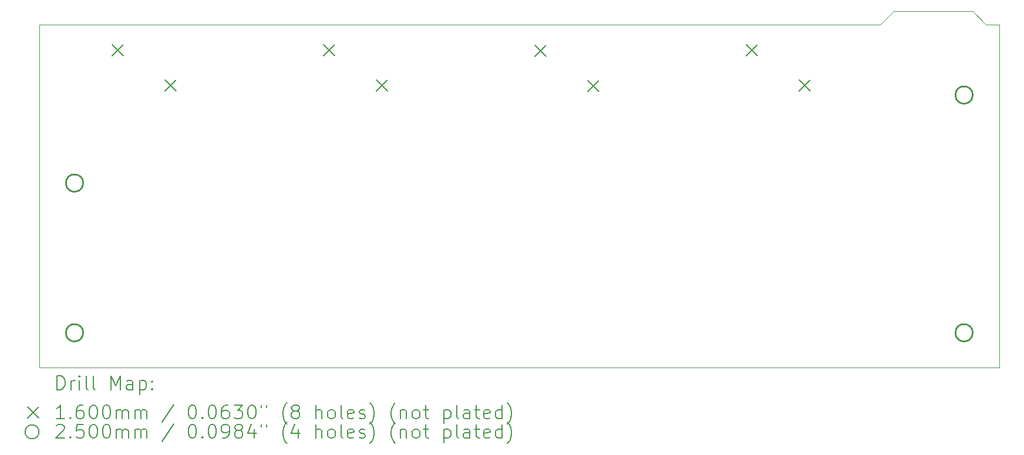
<source format=gbr>
%TF.GenerationSoftware,KiCad,Pcbnew,8.0.3*%
%TF.CreationDate,2024-06-22T14:52:27+02:00*%
%TF.ProjectId,dmx-box-rounded,646d782d-626f-4782-9d72-6f756e646564,rev?*%
%TF.SameCoordinates,Original*%
%TF.FileFunction,Drillmap*%
%TF.FilePolarity,Positive*%
%FSLAX45Y45*%
G04 Gerber Fmt 4.5, Leading zero omitted, Abs format (unit mm)*
G04 Created by KiCad (PCBNEW 8.0.3) date 2024-06-22 14:52:27*
%MOMM*%
%LPD*%
G01*
G04 APERTURE LIST*
%ADD10C,0.100000*%
%ADD11C,0.200000*%
%ADD12C,0.160000*%
%ADD13C,0.250000*%
G04 APERTURE END LIST*
D10*
X17462500Y-7112000D02*
X17653000Y-7112000D01*
X17653000Y-12060500D01*
X3810000Y-12060500D01*
X3810000Y-7112000D01*
X15938500Y-7112000D01*
X16129000Y-6917000D01*
X17272000Y-6917000D01*
X17462500Y-7112000D01*
D11*
D12*
X4858000Y-7398500D02*
X5018000Y-7558500D01*
X5018000Y-7398500D02*
X4858000Y-7558500D01*
X5620000Y-7906500D02*
X5780000Y-8066500D01*
X5780000Y-7906500D02*
X5620000Y-8066500D01*
X7906000Y-7398500D02*
X8066000Y-7558500D01*
X8066000Y-7398500D02*
X7906000Y-7558500D01*
X8668000Y-7906500D02*
X8828000Y-8066500D01*
X8828000Y-7906500D02*
X8668000Y-8066500D01*
X10954000Y-7413000D02*
X11114000Y-7573000D01*
X11114000Y-7413000D02*
X10954000Y-7573000D01*
X11716000Y-7921000D02*
X11876000Y-8081000D01*
X11876000Y-7921000D02*
X11716000Y-8081000D01*
X14002000Y-7398500D02*
X14162000Y-7558500D01*
X14162000Y-7398500D02*
X14002000Y-7558500D01*
X14764000Y-7906500D02*
X14924000Y-8066500D01*
X14924000Y-7906500D02*
X14764000Y-8066500D01*
D13*
X4443000Y-9398000D02*
G75*
G02*
X4193000Y-9398000I-125000J0D01*
G01*
X4193000Y-9398000D02*
G75*
G02*
X4443000Y-9398000I125000J0D01*
G01*
X4443000Y-11557000D02*
G75*
G02*
X4193000Y-11557000I-125000J0D01*
G01*
X4193000Y-11557000D02*
G75*
G02*
X4443000Y-11557000I125000J0D01*
G01*
X17270000Y-8128000D02*
G75*
G02*
X17020000Y-8128000I-125000J0D01*
G01*
X17020000Y-8128000D02*
G75*
G02*
X17270000Y-8128000I125000J0D01*
G01*
X17270000Y-11557000D02*
G75*
G02*
X17020000Y-11557000I-125000J0D01*
G01*
X17020000Y-11557000D02*
G75*
G02*
X17270000Y-11557000I125000J0D01*
G01*
D11*
X4065777Y-12376984D02*
X4065777Y-12176984D01*
X4065777Y-12176984D02*
X4113396Y-12176984D01*
X4113396Y-12176984D02*
X4141967Y-12186508D01*
X4141967Y-12186508D02*
X4161015Y-12205555D01*
X4161015Y-12205555D02*
X4170539Y-12224603D01*
X4170539Y-12224603D02*
X4180062Y-12262698D01*
X4180062Y-12262698D02*
X4180062Y-12291269D01*
X4180062Y-12291269D02*
X4170539Y-12329365D01*
X4170539Y-12329365D02*
X4161015Y-12348412D01*
X4161015Y-12348412D02*
X4141967Y-12367460D01*
X4141967Y-12367460D02*
X4113396Y-12376984D01*
X4113396Y-12376984D02*
X4065777Y-12376984D01*
X4265777Y-12376984D02*
X4265777Y-12243650D01*
X4265777Y-12281746D02*
X4275301Y-12262698D01*
X4275301Y-12262698D02*
X4284824Y-12253174D01*
X4284824Y-12253174D02*
X4303872Y-12243650D01*
X4303872Y-12243650D02*
X4322920Y-12243650D01*
X4389586Y-12376984D02*
X4389586Y-12243650D01*
X4389586Y-12176984D02*
X4380063Y-12186508D01*
X4380063Y-12186508D02*
X4389586Y-12196031D01*
X4389586Y-12196031D02*
X4399110Y-12186508D01*
X4399110Y-12186508D02*
X4389586Y-12176984D01*
X4389586Y-12176984D02*
X4389586Y-12196031D01*
X4513396Y-12376984D02*
X4494348Y-12367460D01*
X4494348Y-12367460D02*
X4484824Y-12348412D01*
X4484824Y-12348412D02*
X4484824Y-12176984D01*
X4618158Y-12376984D02*
X4599110Y-12367460D01*
X4599110Y-12367460D02*
X4589586Y-12348412D01*
X4589586Y-12348412D02*
X4589586Y-12176984D01*
X4846729Y-12376984D02*
X4846729Y-12176984D01*
X4846729Y-12176984D02*
X4913396Y-12319841D01*
X4913396Y-12319841D02*
X4980063Y-12176984D01*
X4980063Y-12176984D02*
X4980063Y-12376984D01*
X5161015Y-12376984D02*
X5161015Y-12272222D01*
X5161015Y-12272222D02*
X5151491Y-12253174D01*
X5151491Y-12253174D02*
X5132444Y-12243650D01*
X5132444Y-12243650D02*
X5094348Y-12243650D01*
X5094348Y-12243650D02*
X5075301Y-12253174D01*
X5161015Y-12367460D02*
X5141967Y-12376984D01*
X5141967Y-12376984D02*
X5094348Y-12376984D01*
X5094348Y-12376984D02*
X5075301Y-12367460D01*
X5075301Y-12367460D02*
X5065777Y-12348412D01*
X5065777Y-12348412D02*
X5065777Y-12329365D01*
X5065777Y-12329365D02*
X5075301Y-12310317D01*
X5075301Y-12310317D02*
X5094348Y-12300793D01*
X5094348Y-12300793D02*
X5141967Y-12300793D01*
X5141967Y-12300793D02*
X5161015Y-12291269D01*
X5256253Y-12243650D02*
X5256253Y-12443650D01*
X5256253Y-12253174D02*
X5275301Y-12243650D01*
X5275301Y-12243650D02*
X5313396Y-12243650D01*
X5313396Y-12243650D02*
X5332444Y-12253174D01*
X5332444Y-12253174D02*
X5341967Y-12262698D01*
X5341967Y-12262698D02*
X5351491Y-12281746D01*
X5351491Y-12281746D02*
X5351491Y-12338888D01*
X5351491Y-12338888D02*
X5341967Y-12357936D01*
X5341967Y-12357936D02*
X5332444Y-12367460D01*
X5332444Y-12367460D02*
X5313396Y-12376984D01*
X5313396Y-12376984D02*
X5275301Y-12376984D01*
X5275301Y-12376984D02*
X5256253Y-12367460D01*
X5437205Y-12357936D02*
X5446729Y-12367460D01*
X5446729Y-12367460D02*
X5437205Y-12376984D01*
X5437205Y-12376984D02*
X5427682Y-12367460D01*
X5427682Y-12367460D02*
X5437205Y-12357936D01*
X5437205Y-12357936D02*
X5437205Y-12376984D01*
X5437205Y-12253174D02*
X5446729Y-12262698D01*
X5446729Y-12262698D02*
X5437205Y-12272222D01*
X5437205Y-12272222D02*
X5427682Y-12262698D01*
X5427682Y-12262698D02*
X5437205Y-12253174D01*
X5437205Y-12253174D02*
X5437205Y-12272222D01*
D12*
X3645000Y-12625500D02*
X3805000Y-12785500D01*
X3805000Y-12625500D02*
X3645000Y-12785500D01*
D11*
X4170539Y-12796984D02*
X4056253Y-12796984D01*
X4113396Y-12796984D02*
X4113396Y-12596984D01*
X4113396Y-12596984D02*
X4094348Y-12625555D01*
X4094348Y-12625555D02*
X4075301Y-12644603D01*
X4075301Y-12644603D02*
X4056253Y-12654127D01*
X4256253Y-12777936D02*
X4265777Y-12787460D01*
X4265777Y-12787460D02*
X4256253Y-12796984D01*
X4256253Y-12796984D02*
X4246729Y-12787460D01*
X4246729Y-12787460D02*
X4256253Y-12777936D01*
X4256253Y-12777936D02*
X4256253Y-12796984D01*
X4437205Y-12596984D02*
X4399110Y-12596984D01*
X4399110Y-12596984D02*
X4380063Y-12606508D01*
X4380063Y-12606508D02*
X4370539Y-12616031D01*
X4370539Y-12616031D02*
X4351491Y-12644603D01*
X4351491Y-12644603D02*
X4341967Y-12682698D01*
X4341967Y-12682698D02*
X4341967Y-12758888D01*
X4341967Y-12758888D02*
X4351491Y-12777936D01*
X4351491Y-12777936D02*
X4361015Y-12787460D01*
X4361015Y-12787460D02*
X4380063Y-12796984D01*
X4380063Y-12796984D02*
X4418158Y-12796984D01*
X4418158Y-12796984D02*
X4437205Y-12787460D01*
X4437205Y-12787460D02*
X4446729Y-12777936D01*
X4446729Y-12777936D02*
X4456253Y-12758888D01*
X4456253Y-12758888D02*
X4456253Y-12711269D01*
X4456253Y-12711269D02*
X4446729Y-12692222D01*
X4446729Y-12692222D02*
X4437205Y-12682698D01*
X4437205Y-12682698D02*
X4418158Y-12673174D01*
X4418158Y-12673174D02*
X4380063Y-12673174D01*
X4380063Y-12673174D02*
X4361015Y-12682698D01*
X4361015Y-12682698D02*
X4351491Y-12692222D01*
X4351491Y-12692222D02*
X4341967Y-12711269D01*
X4580063Y-12596984D02*
X4599110Y-12596984D01*
X4599110Y-12596984D02*
X4618158Y-12606508D01*
X4618158Y-12606508D02*
X4627682Y-12616031D01*
X4627682Y-12616031D02*
X4637205Y-12635079D01*
X4637205Y-12635079D02*
X4646729Y-12673174D01*
X4646729Y-12673174D02*
X4646729Y-12720793D01*
X4646729Y-12720793D02*
X4637205Y-12758888D01*
X4637205Y-12758888D02*
X4627682Y-12777936D01*
X4627682Y-12777936D02*
X4618158Y-12787460D01*
X4618158Y-12787460D02*
X4599110Y-12796984D01*
X4599110Y-12796984D02*
X4580063Y-12796984D01*
X4580063Y-12796984D02*
X4561015Y-12787460D01*
X4561015Y-12787460D02*
X4551491Y-12777936D01*
X4551491Y-12777936D02*
X4541967Y-12758888D01*
X4541967Y-12758888D02*
X4532444Y-12720793D01*
X4532444Y-12720793D02*
X4532444Y-12673174D01*
X4532444Y-12673174D02*
X4541967Y-12635079D01*
X4541967Y-12635079D02*
X4551491Y-12616031D01*
X4551491Y-12616031D02*
X4561015Y-12606508D01*
X4561015Y-12606508D02*
X4580063Y-12596984D01*
X4770539Y-12596984D02*
X4789586Y-12596984D01*
X4789586Y-12596984D02*
X4808634Y-12606508D01*
X4808634Y-12606508D02*
X4818158Y-12616031D01*
X4818158Y-12616031D02*
X4827682Y-12635079D01*
X4827682Y-12635079D02*
X4837205Y-12673174D01*
X4837205Y-12673174D02*
X4837205Y-12720793D01*
X4837205Y-12720793D02*
X4827682Y-12758888D01*
X4827682Y-12758888D02*
X4818158Y-12777936D01*
X4818158Y-12777936D02*
X4808634Y-12787460D01*
X4808634Y-12787460D02*
X4789586Y-12796984D01*
X4789586Y-12796984D02*
X4770539Y-12796984D01*
X4770539Y-12796984D02*
X4751491Y-12787460D01*
X4751491Y-12787460D02*
X4741967Y-12777936D01*
X4741967Y-12777936D02*
X4732444Y-12758888D01*
X4732444Y-12758888D02*
X4722920Y-12720793D01*
X4722920Y-12720793D02*
X4722920Y-12673174D01*
X4722920Y-12673174D02*
X4732444Y-12635079D01*
X4732444Y-12635079D02*
X4741967Y-12616031D01*
X4741967Y-12616031D02*
X4751491Y-12606508D01*
X4751491Y-12606508D02*
X4770539Y-12596984D01*
X4922920Y-12796984D02*
X4922920Y-12663650D01*
X4922920Y-12682698D02*
X4932444Y-12673174D01*
X4932444Y-12673174D02*
X4951491Y-12663650D01*
X4951491Y-12663650D02*
X4980063Y-12663650D01*
X4980063Y-12663650D02*
X4999110Y-12673174D01*
X4999110Y-12673174D02*
X5008634Y-12692222D01*
X5008634Y-12692222D02*
X5008634Y-12796984D01*
X5008634Y-12692222D02*
X5018158Y-12673174D01*
X5018158Y-12673174D02*
X5037205Y-12663650D01*
X5037205Y-12663650D02*
X5065777Y-12663650D01*
X5065777Y-12663650D02*
X5084825Y-12673174D01*
X5084825Y-12673174D02*
X5094348Y-12692222D01*
X5094348Y-12692222D02*
X5094348Y-12796984D01*
X5189586Y-12796984D02*
X5189586Y-12663650D01*
X5189586Y-12682698D02*
X5199110Y-12673174D01*
X5199110Y-12673174D02*
X5218158Y-12663650D01*
X5218158Y-12663650D02*
X5246729Y-12663650D01*
X5246729Y-12663650D02*
X5265777Y-12673174D01*
X5265777Y-12673174D02*
X5275301Y-12692222D01*
X5275301Y-12692222D02*
X5275301Y-12796984D01*
X5275301Y-12692222D02*
X5284825Y-12673174D01*
X5284825Y-12673174D02*
X5303872Y-12663650D01*
X5303872Y-12663650D02*
X5332444Y-12663650D01*
X5332444Y-12663650D02*
X5351491Y-12673174D01*
X5351491Y-12673174D02*
X5361015Y-12692222D01*
X5361015Y-12692222D02*
X5361015Y-12796984D01*
X5751491Y-12587460D02*
X5580063Y-12844603D01*
X6008634Y-12596984D02*
X6027682Y-12596984D01*
X6027682Y-12596984D02*
X6046729Y-12606508D01*
X6046729Y-12606508D02*
X6056253Y-12616031D01*
X6056253Y-12616031D02*
X6065777Y-12635079D01*
X6065777Y-12635079D02*
X6075301Y-12673174D01*
X6075301Y-12673174D02*
X6075301Y-12720793D01*
X6075301Y-12720793D02*
X6065777Y-12758888D01*
X6065777Y-12758888D02*
X6056253Y-12777936D01*
X6056253Y-12777936D02*
X6046729Y-12787460D01*
X6046729Y-12787460D02*
X6027682Y-12796984D01*
X6027682Y-12796984D02*
X6008634Y-12796984D01*
X6008634Y-12796984D02*
X5989586Y-12787460D01*
X5989586Y-12787460D02*
X5980063Y-12777936D01*
X5980063Y-12777936D02*
X5970539Y-12758888D01*
X5970539Y-12758888D02*
X5961015Y-12720793D01*
X5961015Y-12720793D02*
X5961015Y-12673174D01*
X5961015Y-12673174D02*
X5970539Y-12635079D01*
X5970539Y-12635079D02*
X5980063Y-12616031D01*
X5980063Y-12616031D02*
X5989586Y-12606508D01*
X5989586Y-12606508D02*
X6008634Y-12596984D01*
X6161015Y-12777936D02*
X6170539Y-12787460D01*
X6170539Y-12787460D02*
X6161015Y-12796984D01*
X6161015Y-12796984D02*
X6151491Y-12787460D01*
X6151491Y-12787460D02*
X6161015Y-12777936D01*
X6161015Y-12777936D02*
X6161015Y-12796984D01*
X6294348Y-12596984D02*
X6313396Y-12596984D01*
X6313396Y-12596984D02*
X6332444Y-12606508D01*
X6332444Y-12606508D02*
X6341967Y-12616031D01*
X6341967Y-12616031D02*
X6351491Y-12635079D01*
X6351491Y-12635079D02*
X6361015Y-12673174D01*
X6361015Y-12673174D02*
X6361015Y-12720793D01*
X6361015Y-12720793D02*
X6351491Y-12758888D01*
X6351491Y-12758888D02*
X6341967Y-12777936D01*
X6341967Y-12777936D02*
X6332444Y-12787460D01*
X6332444Y-12787460D02*
X6313396Y-12796984D01*
X6313396Y-12796984D02*
X6294348Y-12796984D01*
X6294348Y-12796984D02*
X6275301Y-12787460D01*
X6275301Y-12787460D02*
X6265777Y-12777936D01*
X6265777Y-12777936D02*
X6256253Y-12758888D01*
X6256253Y-12758888D02*
X6246729Y-12720793D01*
X6246729Y-12720793D02*
X6246729Y-12673174D01*
X6246729Y-12673174D02*
X6256253Y-12635079D01*
X6256253Y-12635079D02*
X6265777Y-12616031D01*
X6265777Y-12616031D02*
X6275301Y-12606508D01*
X6275301Y-12606508D02*
X6294348Y-12596984D01*
X6532444Y-12596984D02*
X6494348Y-12596984D01*
X6494348Y-12596984D02*
X6475301Y-12606508D01*
X6475301Y-12606508D02*
X6465777Y-12616031D01*
X6465777Y-12616031D02*
X6446729Y-12644603D01*
X6446729Y-12644603D02*
X6437206Y-12682698D01*
X6437206Y-12682698D02*
X6437206Y-12758888D01*
X6437206Y-12758888D02*
X6446729Y-12777936D01*
X6446729Y-12777936D02*
X6456253Y-12787460D01*
X6456253Y-12787460D02*
X6475301Y-12796984D01*
X6475301Y-12796984D02*
X6513396Y-12796984D01*
X6513396Y-12796984D02*
X6532444Y-12787460D01*
X6532444Y-12787460D02*
X6541967Y-12777936D01*
X6541967Y-12777936D02*
X6551491Y-12758888D01*
X6551491Y-12758888D02*
X6551491Y-12711269D01*
X6551491Y-12711269D02*
X6541967Y-12692222D01*
X6541967Y-12692222D02*
X6532444Y-12682698D01*
X6532444Y-12682698D02*
X6513396Y-12673174D01*
X6513396Y-12673174D02*
X6475301Y-12673174D01*
X6475301Y-12673174D02*
X6456253Y-12682698D01*
X6456253Y-12682698D02*
X6446729Y-12692222D01*
X6446729Y-12692222D02*
X6437206Y-12711269D01*
X6618158Y-12596984D02*
X6741967Y-12596984D01*
X6741967Y-12596984D02*
X6675301Y-12673174D01*
X6675301Y-12673174D02*
X6703872Y-12673174D01*
X6703872Y-12673174D02*
X6722920Y-12682698D01*
X6722920Y-12682698D02*
X6732444Y-12692222D01*
X6732444Y-12692222D02*
X6741967Y-12711269D01*
X6741967Y-12711269D02*
X6741967Y-12758888D01*
X6741967Y-12758888D02*
X6732444Y-12777936D01*
X6732444Y-12777936D02*
X6722920Y-12787460D01*
X6722920Y-12787460D02*
X6703872Y-12796984D01*
X6703872Y-12796984D02*
X6646729Y-12796984D01*
X6646729Y-12796984D02*
X6627682Y-12787460D01*
X6627682Y-12787460D02*
X6618158Y-12777936D01*
X6865777Y-12596984D02*
X6884825Y-12596984D01*
X6884825Y-12596984D02*
X6903872Y-12606508D01*
X6903872Y-12606508D02*
X6913396Y-12616031D01*
X6913396Y-12616031D02*
X6922920Y-12635079D01*
X6922920Y-12635079D02*
X6932444Y-12673174D01*
X6932444Y-12673174D02*
X6932444Y-12720793D01*
X6932444Y-12720793D02*
X6922920Y-12758888D01*
X6922920Y-12758888D02*
X6913396Y-12777936D01*
X6913396Y-12777936D02*
X6903872Y-12787460D01*
X6903872Y-12787460D02*
X6884825Y-12796984D01*
X6884825Y-12796984D02*
X6865777Y-12796984D01*
X6865777Y-12796984D02*
X6846729Y-12787460D01*
X6846729Y-12787460D02*
X6837206Y-12777936D01*
X6837206Y-12777936D02*
X6827682Y-12758888D01*
X6827682Y-12758888D02*
X6818158Y-12720793D01*
X6818158Y-12720793D02*
X6818158Y-12673174D01*
X6818158Y-12673174D02*
X6827682Y-12635079D01*
X6827682Y-12635079D02*
X6837206Y-12616031D01*
X6837206Y-12616031D02*
X6846729Y-12606508D01*
X6846729Y-12606508D02*
X6865777Y-12596984D01*
X7008634Y-12596984D02*
X7008634Y-12635079D01*
X7084825Y-12596984D02*
X7084825Y-12635079D01*
X7380063Y-12873174D02*
X7370539Y-12863650D01*
X7370539Y-12863650D02*
X7351491Y-12835079D01*
X7351491Y-12835079D02*
X7341968Y-12816031D01*
X7341968Y-12816031D02*
X7332444Y-12787460D01*
X7332444Y-12787460D02*
X7322920Y-12739841D01*
X7322920Y-12739841D02*
X7322920Y-12701746D01*
X7322920Y-12701746D02*
X7332444Y-12654127D01*
X7332444Y-12654127D02*
X7341968Y-12625555D01*
X7341968Y-12625555D02*
X7351491Y-12606508D01*
X7351491Y-12606508D02*
X7370539Y-12577936D01*
X7370539Y-12577936D02*
X7380063Y-12568412D01*
X7484825Y-12682698D02*
X7465777Y-12673174D01*
X7465777Y-12673174D02*
X7456253Y-12663650D01*
X7456253Y-12663650D02*
X7446729Y-12644603D01*
X7446729Y-12644603D02*
X7446729Y-12635079D01*
X7446729Y-12635079D02*
X7456253Y-12616031D01*
X7456253Y-12616031D02*
X7465777Y-12606508D01*
X7465777Y-12606508D02*
X7484825Y-12596984D01*
X7484825Y-12596984D02*
X7522920Y-12596984D01*
X7522920Y-12596984D02*
X7541968Y-12606508D01*
X7541968Y-12606508D02*
X7551491Y-12616031D01*
X7551491Y-12616031D02*
X7561015Y-12635079D01*
X7561015Y-12635079D02*
X7561015Y-12644603D01*
X7561015Y-12644603D02*
X7551491Y-12663650D01*
X7551491Y-12663650D02*
X7541968Y-12673174D01*
X7541968Y-12673174D02*
X7522920Y-12682698D01*
X7522920Y-12682698D02*
X7484825Y-12682698D01*
X7484825Y-12682698D02*
X7465777Y-12692222D01*
X7465777Y-12692222D02*
X7456253Y-12701746D01*
X7456253Y-12701746D02*
X7446729Y-12720793D01*
X7446729Y-12720793D02*
X7446729Y-12758888D01*
X7446729Y-12758888D02*
X7456253Y-12777936D01*
X7456253Y-12777936D02*
X7465777Y-12787460D01*
X7465777Y-12787460D02*
X7484825Y-12796984D01*
X7484825Y-12796984D02*
X7522920Y-12796984D01*
X7522920Y-12796984D02*
X7541968Y-12787460D01*
X7541968Y-12787460D02*
X7551491Y-12777936D01*
X7551491Y-12777936D02*
X7561015Y-12758888D01*
X7561015Y-12758888D02*
X7561015Y-12720793D01*
X7561015Y-12720793D02*
X7551491Y-12701746D01*
X7551491Y-12701746D02*
X7541968Y-12692222D01*
X7541968Y-12692222D02*
X7522920Y-12682698D01*
X7799110Y-12796984D02*
X7799110Y-12596984D01*
X7884825Y-12796984D02*
X7884825Y-12692222D01*
X7884825Y-12692222D02*
X7875301Y-12673174D01*
X7875301Y-12673174D02*
X7856253Y-12663650D01*
X7856253Y-12663650D02*
X7827682Y-12663650D01*
X7827682Y-12663650D02*
X7808634Y-12673174D01*
X7808634Y-12673174D02*
X7799110Y-12682698D01*
X8008634Y-12796984D02*
X7989587Y-12787460D01*
X7989587Y-12787460D02*
X7980063Y-12777936D01*
X7980063Y-12777936D02*
X7970539Y-12758888D01*
X7970539Y-12758888D02*
X7970539Y-12701746D01*
X7970539Y-12701746D02*
X7980063Y-12682698D01*
X7980063Y-12682698D02*
X7989587Y-12673174D01*
X7989587Y-12673174D02*
X8008634Y-12663650D01*
X8008634Y-12663650D02*
X8037206Y-12663650D01*
X8037206Y-12663650D02*
X8056253Y-12673174D01*
X8056253Y-12673174D02*
X8065777Y-12682698D01*
X8065777Y-12682698D02*
X8075301Y-12701746D01*
X8075301Y-12701746D02*
X8075301Y-12758888D01*
X8075301Y-12758888D02*
X8065777Y-12777936D01*
X8065777Y-12777936D02*
X8056253Y-12787460D01*
X8056253Y-12787460D02*
X8037206Y-12796984D01*
X8037206Y-12796984D02*
X8008634Y-12796984D01*
X8189587Y-12796984D02*
X8170539Y-12787460D01*
X8170539Y-12787460D02*
X8161015Y-12768412D01*
X8161015Y-12768412D02*
X8161015Y-12596984D01*
X8341968Y-12787460D02*
X8322920Y-12796984D01*
X8322920Y-12796984D02*
X8284825Y-12796984D01*
X8284825Y-12796984D02*
X8265777Y-12787460D01*
X8265777Y-12787460D02*
X8256253Y-12768412D01*
X8256253Y-12768412D02*
X8256253Y-12692222D01*
X8256253Y-12692222D02*
X8265777Y-12673174D01*
X8265777Y-12673174D02*
X8284825Y-12663650D01*
X8284825Y-12663650D02*
X8322920Y-12663650D01*
X8322920Y-12663650D02*
X8341968Y-12673174D01*
X8341968Y-12673174D02*
X8351491Y-12692222D01*
X8351491Y-12692222D02*
X8351491Y-12711269D01*
X8351491Y-12711269D02*
X8256253Y-12730317D01*
X8427682Y-12787460D02*
X8446730Y-12796984D01*
X8446730Y-12796984D02*
X8484825Y-12796984D01*
X8484825Y-12796984D02*
X8503873Y-12787460D01*
X8503873Y-12787460D02*
X8513396Y-12768412D01*
X8513396Y-12768412D02*
X8513396Y-12758888D01*
X8513396Y-12758888D02*
X8503873Y-12739841D01*
X8503873Y-12739841D02*
X8484825Y-12730317D01*
X8484825Y-12730317D02*
X8456253Y-12730317D01*
X8456253Y-12730317D02*
X8437206Y-12720793D01*
X8437206Y-12720793D02*
X8427682Y-12701746D01*
X8427682Y-12701746D02*
X8427682Y-12692222D01*
X8427682Y-12692222D02*
X8437206Y-12673174D01*
X8437206Y-12673174D02*
X8456253Y-12663650D01*
X8456253Y-12663650D02*
X8484825Y-12663650D01*
X8484825Y-12663650D02*
X8503873Y-12673174D01*
X8580063Y-12873174D02*
X8589587Y-12863650D01*
X8589587Y-12863650D02*
X8608634Y-12835079D01*
X8608634Y-12835079D02*
X8618158Y-12816031D01*
X8618158Y-12816031D02*
X8627682Y-12787460D01*
X8627682Y-12787460D02*
X8637206Y-12739841D01*
X8637206Y-12739841D02*
X8637206Y-12701746D01*
X8637206Y-12701746D02*
X8627682Y-12654127D01*
X8627682Y-12654127D02*
X8618158Y-12625555D01*
X8618158Y-12625555D02*
X8608634Y-12606508D01*
X8608634Y-12606508D02*
X8589587Y-12577936D01*
X8589587Y-12577936D02*
X8580063Y-12568412D01*
X8941968Y-12873174D02*
X8932444Y-12863650D01*
X8932444Y-12863650D02*
X8913396Y-12835079D01*
X8913396Y-12835079D02*
X8903873Y-12816031D01*
X8903873Y-12816031D02*
X8894349Y-12787460D01*
X8894349Y-12787460D02*
X8884825Y-12739841D01*
X8884825Y-12739841D02*
X8884825Y-12701746D01*
X8884825Y-12701746D02*
X8894349Y-12654127D01*
X8894349Y-12654127D02*
X8903873Y-12625555D01*
X8903873Y-12625555D02*
X8913396Y-12606508D01*
X8913396Y-12606508D02*
X8932444Y-12577936D01*
X8932444Y-12577936D02*
X8941968Y-12568412D01*
X9018158Y-12663650D02*
X9018158Y-12796984D01*
X9018158Y-12682698D02*
X9027682Y-12673174D01*
X9027682Y-12673174D02*
X9046730Y-12663650D01*
X9046730Y-12663650D02*
X9075301Y-12663650D01*
X9075301Y-12663650D02*
X9094349Y-12673174D01*
X9094349Y-12673174D02*
X9103873Y-12692222D01*
X9103873Y-12692222D02*
X9103873Y-12796984D01*
X9227682Y-12796984D02*
X9208634Y-12787460D01*
X9208634Y-12787460D02*
X9199111Y-12777936D01*
X9199111Y-12777936D02*
X9189587Y-12758888D01*
X9189587Y-12758888D02*
X9189587Y-12701746D01*
X9189587Y-12701746D02*
X9199111Y-12682698D01*
X9199111Y-12682698D02*
X9208634Y-12673174D01*
X9208634Y-12673174D02*
X9227682Y-12663650D01*
X9227682Y-12663650D02*
X9256254Y-12663650D01*
X9256254Y-12663650D02*
X9275301Y-12673174D01*
X9275301Y-12673174D02*
X9284825Y-12682698D01*
X9284825Y-12682698D02*
X9294349Y-12701746D01*
X9294349Y-12701746D02*
X9294349Y-12758888D01*
X9294349Y-12758888D02*
X9284825Y-12777936D01*
X9284825Y-12777936D02*
X9275301Y-12787460D01*
X9275301Y-12787460D02*
X9256254Y-12796984D01*
X9256254Y-12796984D02*
X9227682Y-12796984D01*
X9351492Y-12663650D02*
X9427682Y-12663650D01*
X9380063Y-12596984D02*
X9380063Y-12768412D01*
X9380063Y-12768412D02*
X9389587Y-12787460D01*
X9389587Y-12787460D02*
X9408634Y-12796984D01*
X9408634Y-12796984D02*
X9427682Y-12796984D01*
X9646730Y-12663650D02*
X9646730Y-12863650D01*
X9646730Y-12673174D02*
X9665777Y-12663650D01*
X9665777Y-12663650D02*
X9703873Y-12663650D01*
X9703873Y-12663650D02*
X9722920Y-12673174D01*
X9722920Y-12673174D02*
X9732444Y-12682698D01*
X9732444Y-12682698D02*
X9741968Y-12701746D01*
X9741968Y-12701746D02*
X9741968Y-12758888D01*
X9741968Y-12758888D02*
X9732444Y-12777936D01*
X9732444Y-12777936D02*
X9722920Y-12787460D01*
X9722920Y-12787460D02*
X9703873Y-12796984D01*
X9703873Y-12796984D02*
X9665777Y-12796984D01*
X9665777Y-12796984D02*
X9646730Y-12787460D01*
X9856254Y-12796984D02*
X9837206Y-12787460D01*
X9837206Y-12787460D02*
X9827682Y-12768412D01*
X9827682Y-12768412D02*
X9827682Y-12596984D01*
X10018158Y-12796984D02*
X10018158Y-12692222D01*
X10018158Y-12692222D02*
X10008635Y-12673174D01*
X10008635Y-12673174D02*
X9989587Y-12663650D01*
X9989587Y-12663650D02*
X9951492Y-12663650D01*
X9951492Y-12663650D02*
X9932444Y-12673174D01*
X10018158Y-12787460D02*
X9999111Y-12796984D01*
X9999111Y-12796984D02*
X9951492Y-12796984D01*
X9951492Y-12796984D02*
X9932444Y-12787460D01*
X9932444Y-12787460D02*
X9922920Y-12768412D01*
X9922920Y-12768412D02*
X9922920Y-12749365D01*
X9922920Y-12749365D02*
X9932444Y-12730317D01*
X9932444Y-12730317D02*
X9951492Y-12720793D01*
X9951492Y-12720793D02*
X9999111Y-12720793D01*
X9999111Y-12720793D02*
X10018158Y-12711269D01*
X10084825Y-12663650D02*
X10161015Y-12663650D01*
X10113396Y-12596984D02*
X10113396Y-12768412D01*
X10113396Y-12768412D02*
X10122920Y-12787460D01*
X10122920Y-12787460D02*
X10141968Y-12796984D01*
X10141968Y-12796984D02*
X10161015Y-12796984D01*
X10303873Y-12787460D02*
X10284825Y-12796984D01*
X10284825Y-12796984D02*
X10246730Y-12796984D01*
X10246730Y-12796984D02*
X10227682Y-12787460D01*
X10227682Y-12787460D02*
X10218158Y-12768412D01*
X10218158Y-12768412D02*
X10218158Y-12692222D01*
X10218158Y-12692222D02*
X10227682Y-12673174D01*
X10227682Y-12673174D02*
X10246730Y-12663650D01*
X10246730Y-12663650D02*
X10284825Y-12663650D01*
X10284825Y-12663650D02*
X10303873Y-12673174D01*
X10303873Y-12673174D02*
X10313396Y-12692222D01*
X10313396Y-12692222D02*
X10313396Y-12711269D01*
X10313396Y-12711269D02*
X10218158Y-12730317D01*
X10484825Y-12796984D02*
X10484825Y-12596984D01*
X10484825Y-12787460D02*
X10465777Y-12796984D01*
X10465777Y-12796984D02*
X10427682Y-12796984D01*
X10427682Y-12796984D02*
X10408635Y-12787460D01*
X10408635Y-12787460D02*
X10399111Y-12777936D01*
X10399111Y-12777936D02*
X10389587Y-12758888D01*
X10389587Y-12758888D02*
X10389587Y-12701746D01*
X10389587Y-12701746D02*
X10399111Y-12682698D01*
X10399111Y-12682698D02*
X10408635Y-12673174D01*
X10408635Y-12673174D02*
X10427682Y-12663650D01*
X10427682Y-12663650D02*
X10465777Y-12663650D01*
X10465777Y-12663650D02*
X10484825Y-12673174D01*
X10561016Y-12873174D02*
X10570539Y-12863650D01*
X10570539Y-12863650D02*
X10589587Y-12835079D01*
X10589587Y-12835079D02*
X10599111Y-12816031D01*
X10599111Y-12816031D02*
X10608635Y-12787460D01*
X10608635Y-12787460D02*
X10618158Y-12739841D01*
X10618158Y-12739841D02*
X10618158Y-12701746D01*
X10618158Y-12701746D02*
X10608635Y-12654127D01*
X10608635Y-12654127D02*
X10599111Y-12625555D01*
X10599111Y-12625555D02*
X10589587Y-12606508D01*
X10589587Y-12606508D02*
X10570539Y-12577936D01*
X10570539Y-12577936D02*
X10561016Y-12568412D01*
X3805000Y-12985500D02*
G75*
G02*
X3605000Y-12985500I-100000J0D01*
G01*
X3605000Y-12985500D02*
G75*
G02*
X3805000Y-12985500I100000J0D01*
G01*
X4056253Y-12896031D02*
X4065777Y-12886508D01*
X4065777Y-12886508D02*
X4084824Y-12876984D01*
X4084824Y-12876984D02*
X4132443Y-12876984D01*
X4132443Y-12876984D02*
X4151491Y-12886508D01*
X4151491Y-12886508D02*
X4161015Y-12896031D01*
X4161015Y-12896031D02*
X4170539Y-12915079D01*
X4170539Y-12915079D02*
X4170539Y-12934127D01*
X4170539Y-12934127D02*
X4161015Y-12962698D01*
X4161015Y-12962698D02*
X4046729Y-13076984D01*
X4046729Y-13076984D02*
X4170539Y-13076984D01*
X4256253Y-13057936D02*
X4265777Y-13067460D01*
X4265777Y-13067460D02*
X4256253Y-13076984D01*
X4256253Y-13076984D02*
X4246729Y-13067460D01*
X4246729Y-13067460D02*
X4256253Y-13057936D01*
X4256253Y-13057936D02*
X4256253Y-13076984D01*
X4446729Y-12876984D02*
X4351491Y-12876984D01*
X4351491Y-12876984D02*
X4341967Y-12972222D01*
X4341967Y-12972222D02*
X4351491Y-12962698D01*
X4351491Y-12962698D02*
X4370539Y-12953174D01*
X4370539Y-12953174D02*
X4418158Y-12953174D01*
X4418158Y-12953174D02*
X4437205Y-12962698D01*
X4437205Y-12962698D02*
X4446729Y-12972222D01*
X4446729Y-12972222D02*
X4456253Y-12991269D01*
X4456253Y-12991269D02*
X4456253Y-13038888D01*
X4456253Y-13038888D02*
X4446729Y-13057936D01*
X4446729Y-13057936D02*
X4437205Y-13067460D01*
X4437205Y-13067460D02*
X4418158Y-13076984D01*
X4418158Y-13076984D02*
X4370539Y-13076984D01*
X4370539Y-13076984D02*
X4351491Y-13067460D01*
X4351491Y-13067460D02*
X4341967Y-13057936D01*
X4580063Y-12876984D02*
X4599110Y-12876984D01*
X4599110Y-12876984D02*
X4618158Y-12886508D01*
X4618158Y-12886508D02*
X4627682Y-12896031D01*
X4627682Y-12896031D02*
X4637205Y-12915079D01*
X4637205Y-12915079D02*
X4646729Y-12953174D01*
X4646729Y-12953174D02*
X4646729Y-13000793D01*
X4646729Y-13000793D02*
X4637205Y-13038888D01*
X4637205Y-13038888D02*
X4627682Y-13057936D01*
X4627682Y-13057936D02*
X4618158Y-13067460D01*
X4618158Y-13067460D02*
X4599110Y-13076984D01*
X4599110Y-13076984D02*
X4580063Y-13076984D01*
X4580063Y-13076984D02*
X4561015Y-13067460D01*
X4561015Y-13067460D02*
X4551491Y-13057936D01*
X4551491Y-13057936D02*
X4541967Y-13038888D01*
X4541967Y-13038888D02*
X4532444Y-13000793D01*
X4532444Y-13000793D02*
X4532444Y-12953174D01*
X4532444Y-12953174D02*
X4541967Y-12915079D01*
X4541967Y-12915079D02*
X4551491Y-12896031D01*
X4551491Y-12896031D02*
X4561015Y-12886508D01*
X4561015Y-12886508D02*
X4580063Y-12876984D01*
X4770539Y-12876984D02*
X4789586Y-12876984D01*
X4789586Y-12876984D02*
X4808634Y-12886508D01*
X4808634Y-12886508D02*
X4818158Y-12896031D01*
X4818158Y-12896031D02*
X4827682Y-12915079D01*
X4827682Y-12915079D02*
X4837205Y-12953174D01*
X4837205Y-12953174D02*
X4837205Y-13000793D01*
X4837205Y-13000793D02*
X4827682Y-13038888D01*
X4827682Y-13038888D02*
X4818158Y-13057936D01*
X4818158Y-13057936D02*
X4808634Y-13067460D01*
X4808634Y-13067460D02*
X4789586Y-13076984D01*
X4789586Y-13076984D02*
X4770539Y-13076984D01*
X4770539Y-13076984D02*
X4751491Y-13067460D01*
X4751491Y-13067460D02*
X4741967Y-13057936D01*
X4741967Y-13057936D02*
X4732444Y-13038888D01*
X4732444Y-13038888D02*
X4722920Y-13000793D01*
X4722920Y-13000793D02*
X4722920Y-12953174D01*
X4722920Y-12953174D02*
X4732444Y-12915079D01*
X4732444Y-12915079D02*
X4741967Y-12896031D01*
X4741967Y-12896031D02*
X4751491Y-12886508D01*
X4751491Y-12886508D02*
X4770539Y-12876984D01*
X4922920Y-13076984D02*
X4922920Y-12943650D01*
X4922920Y-12962698D02*
X4932444Y-12953174D01*
X4932444Y-12953174D02*
X4951491Y-12943650D01*
X4951491Y-12943650D02*
X4980063Y-12943650D01*
X4980063Y-12943650D02*
X4999110Y-12953174D01*
X4999110Y-12953174D02*
X5008634Y-12972222D01*
X5008634Y-12972222D02*
X5008634Y-13076984D01*
X5008634Y-12972222D02*
X5018158Y-12953174D01*
X5018158Y-12953174D02*
X5037205Y-12943650D01*
X5037205Y-12943650D02*
X5065777Y-12943650D01*
X5065777Y-12943650D02*
X5084825Y-12953174D01*
X5084825Y-12953174D02*
X5094348Y-12972222D01*
X5094348Y-12972222D02*
X5094348Y-13076984D01*
X5189586Y-13076984D02*
X5189586Y-12943650D01*
X5189586Y-12962698D02*
X5199110Y-12953174D01*
X5199110Y-12953174D02*
X5218158Y-12943650D01*
X5218158Y-12943650D02*
X5246729Y-12943650D01*
X5246729Y-12943650D02*
X5265777Y-12953174D01*
X5265777Y-12953174D02*
X5275301Y-12972222D01*
X5275301Y-12972222D02*
X5275301Y-13076984D01*
X5275301Y-12972222D02*
X5284825Y-12953174D01*
X5284825Y-12953174D02*
X5303872Y-12943650D01*
X5303872Y-12943650D02*
X5332444Y-12943650D01*
X5332444Y-12943650D02*
X5351491Y-12953174D01*
X5351491Y-12953174D02*
X5361015Y-12972222D01*
X5361015Y-12972222D02*
X5361015Y-13076984D01*
X5751491Y-12867460D02*
X5580063Y-13124603D01*
X6008634Y-12876984D02*
X6027682Y-12876984D01*
X6027682Y-12876984D02*
X6046729Y-12886508D01*
X6046729Y-12886508D02*
X6056253Y-12896031D01*
X6056253Y-12896031D02*
X6065777Y-12915079D01*
X6065777Y-12915079D02*
X6075301Y-12953174D01*
X6075301Y-12953174D02*
X6075301Y-13000793D01*
X6075301Y-13000793D02*
X6065777Y-13038888D01*
X6065777Y-13038888D02*
X6056253Y-13057936D01*
X6056253Y-13057936D02*
X6046729Y-13067460D01*
X6046729Y-13067460D02*
X6027682Y-13076984D01*
X6027682Y-13076984D02*
X6008634Y-13076984D01*
X6008634Y-13076984D02*
X5989586Y-13067460D01*
X5989586Y-13067460D02*
X5980063Y-13057936D01*
X5980063Y-13057936D02*
X5970539Y-13038888D01*
X5970539Y-13038888D02*
X5961015Y-13000793D01*
X5961015Y-13000793D02*
X5961015Y-12953174D01*
X5961015Y-12953174D02*
X5970539Y-12915079D01*
X5970539Y-12915079D02*
X5980063Y-12896031D01*
X5980063Y-12896031D02*
X5989586Y-12886508D01*
X5989586Y-12886508D02*
X6008634Y-12876984D01*
X6161015Y-13057936D02*
X6170539Y-13067460D01*
X6170539Y-13067460D02*
X6161015Y-13076984D01*
X6161015Y-13076984D02*
X6151491Y-13067460D01*
X6151491Y-13067460D02*
X6161015Y-13057936D01*
X6161015Y-13057936D02*
X6161015Y-13076984D01*
X6294348Y-12876984D02*
X6313396Y-12876984D01*
X6313396Y-12876984D02*
X6332444Y-12886508D01*
X6332444Y-12886508D02*
X6341967Y-12896031D01*
X6341967Y-12896031D02*
X6351491Y-12915079D01*
X6351491Y-12915079D02*
X6361015Y-12953174D01*
X6361015Y-12953174D02*
X6361015Y-13000793D01*
X6361015Y-13000793D02*
X6351491Y-13038888D01*
X6351491Y-13038888D02*
X6341967Y-13057936D01*
X6341967Y-13057936D02*
X6332444Y-13067460D01*
X6332444Y-13067460D02*
X6313396Y-13076984D01*
X6313396Y-13076984D02*
X6294348Y-13076984D01*
X6294348Y-13076984D02*
X6275301Y-13067460D01*
X6275301Y-13067460D02*
X6265777Y-13057936D01*
X6265777Y-13057936D02*
X6256253Y-13038888D01*
X6256253Y-13038888D02*
X6246729Y-13000793D01*
X6246729Y-13000793D02*
X6246729Y-12953174D01*
X6246729Y-12953174D02*
X6256253Y-12915079D01*
X6256253Y-12915079D02*
X6265777Y-12896031D01*
X6265777Y-12896031D02*
X6275301Y-12886508D01*
X6275301Y-12886508D02*
X6294348Y-12876984D01*
X6456253Y-13076984D02*
X6494348Y-13076984D01*
X6494348Y-13076984D02*
X6513396Y-13067460D01*
X6513396Y-13067460D02*
X6522920Y-13057936D01*
X6522920Y-13057936D02*
X6541967Y-13029365D01*
X6541967Y-13029365D02*
X6551491Y-12991269D01*
X6551491Y-12991269D02*
X6551491Y-12915079D01*
X6551491Y-12915079D02*
X6541967Y-12896031D01*
X6541967Y-12896031D02*
X6532444Y-12886508D01*
X6532444Y-12886508D02*
X6513396Y-12876984D01*
X6513396Y-12876984D02*
X6475301Y-12876984D01*
X6475301Y-12876984D02*
X6456253Y-12886508D01*
X6456253Y-12886508D02*
X6446729Y-12896031D01*
X6446729Y-12896031D02*
X6437206Y-12915079D01*
X6437206Y-12915079D02*
X6437206Y-12962698D01*
X6437206Y-12962698D02*
X6446729Y-12981746D01*
X6446729Y-12981746D02*
X6456253Y-12991269D01*
X6456253Y-12991269D02*
X6475301Y-13000793D01*
X6475301Y-13000793D02*
X6513396Y-13000793D01*
X6513396Y-13000793D02*
X6532444Y-12991269D01*
X6532444Y-12991269D02*
X6541967Y-12981746D01*
X6541967Y-12981746D02*
X6551491Y-12962698D01*
X6665777Y-12962698D02*
X6646729Y-12953174D01*
X6646729Y-12953174D02*
X6637206Y-12943650D01*
X6637206Y-12943650D02*
X6627682Y-12924603D01*
X6627682Y-12924603D02*
X6627682Y-12915079D01*
X6627682Y-12915079D02*
X6637206Y-12896031D01*
X6637206Y-12896031D02*
X6646729Y-12886508D01*
X6646729Y-12886508D02*
X6665777Y-12876984D01*
X6665777Y-12876984D02*
X6703872Y-12876984D01*
X6703872Y-12876984D02*
X6722920Y-12886508D01*
X6722920Y-12886508D02*
X6732444Y-12896031D01*
X6732444Y-12896031D02*
X6741967Y-12915079D01*
X6741967Y-12915079D02*
X6741967Y-12924603D01*
X6741967Y-12924603D02*
X6732444Y-12943650D01*
X6732444Y-12943650D02*
X6722920Y-12953174D01*
X6722920Y-12953174D02*
X6703872Y-12962698D01*
X6703872Y-12962698D02*
X6665777Y-12962698D01*
X6665777Y-12962698D02*
X6646729Y-12972222D01*
X6646729Y-12972222D02*
X6637206Y-12981746D01*
X6637206Y-12981746D02*
X6627682Y-13000793D01*
X6627682Y-13000793D02*
X6627682Y-13038888D01*
X6627682Y-13038888D02*
X6637206Y-13057936D01*
X6637206Y-13057936D02*
X6646729Y-13067460D01*
X6646729Y-13067460D02*
X6665777Y-13076984D01*
X6665777Y-13076984D02*
X6703872Y-13076984D01*
X6703872Y-13076984D02*
X6722920Y-13067460D01*
X6722920Y-13067460D02*
X6732444Y-13057936D01*
X6732444Y-13057936D02*
X6741967Y-13038888D01*
X6741967Y-13038888D02*
X6741967Y-13000793D01*
X6741967Y-13000793D02*
X6732444Y-12981746D01*
X6732444Y-12981746D02*
X6722920Y-12972222D01*
X6722920Y-12972222D02*
X6703872Y-12962698D01*
X6913396Y-12943650D02*
X6913396Y-13076984D01*
X6865777Y-12867460D02*
X6818158Y-13010317D01*
X6818158Y-13010317D02*
X6941967Y-13010317D01*
X7008634Y-12876984D02*
X7008634Y-12915079D01*
X7084825Y-12876984D02*
X7084825Y-12915079D01*
X7380063Y-13153174D02*
X7370539Y-13143650D01*
X7370539Y-13143650D02*
X7351491Y-13115079D01*
X7351491Y-13115079D02*
X7341968Y-13096031D01*
X7341968Y-13096031D02*
X7332444Y-13067460D01*
X7332444Y-13067460D02*
X7322920Y-13019841D01*
X7322920Y-13019841D02*
X7322920Y-12981746D01*
X7322920Y-12981746D02*
X7332444Y-12934127D01*
X7332444Y-12934127D02*
X7341968Y-12905555D01*
X7341968Y-12905555D02*
X7351491Y-12886508D01*
X7351491Y-12886508D02*
X7370539Y-12857936D01*
X7370539Y-12857936D02*
X7380063Y-12848412D01*
X7541968Y-12943650D02*
X7541968Y-13076984D01*
X7494348Y-12867460D02*
X7446729Y-13010317D01*
X7446729Y-13010317D02*
X7570539Y-13010317D01*
X7799110Y-13076984D02*
X7799110Y-12876984D01*
X7884825Y-13076984D02*
X7884825Y-12972222D01*
X7884825Y-12972222D02*
X7875301Y-12953174D01*
X7875301Y-12953174D02*
X7856253Y-12943650D01*
X7856253Y-12943650D02*
X7827682Y-12943650D01*
X7827682Y-12943650D02*
X7808634Y-12953174D01*
X7808634Y-12953174D02*
X7799110Y-12962698D01*
X8008634Y-13076984D02*
X7989587Y-13067460D01*
X7989587Y-13067460D02*
X7980063Y-13057936D01*
X7980063Y-13057936D02*
X7970539Y-13038888D01*
X7970539Y-13038888D02*
X7970539Y-12981746D01*
X7970539Y-12981746D02*
X7980063Y-12962698D01*
X7980063Y-12962698D02*
X7989587Y-12953174D01*
X7989587Y-12953174D02*
X8008634Y-12943650D01*
X8008634Y-12943650D02*
X8037206Y-12943650D01*
X8037206Y-12943650D02*
X8056253Y-12953174D01*
X8056253Y-12953174D02*
X8065777Y-12962698D01*
X8065777Y-12962698D02*
X8075301Y-12981746D01*
X8075301Y-12981746D02*
X8075301Y-13038888D01*
X8075301Y-13038888D02*
X8065777Y-13057936D01*
X8065777Y-13057936D02*
X8056253Y-13067460D01*
X8056253Y-13067460D02*
X8037206Y-13076984D01*
X8037206Y-13076984D02*
X8008634Y-13076984D01*
X8189587Y-13076984D02*
X8170539Y-13067460D01*
X8170539Y-13067460D02*
X8161015Y-13048412D01*
X8161015Y-13048412D02*
X8161015Y-12876984D01*
X8341968Y-13067460D02*
X8322920Y-13076984D01*
X8322920Y-13076984D02*
X8284825Y-13076984D01*
X8284825Y-13076984D02*
X8265777Y-13067460D01*
X8265777Y-13067460D02*
X8256253Y-13048412D01*
X8256253Y-13048412D02*
X8256253Y-12972222D01*
X8256253Y-12972222D02*
X8265777Y-12953174D01*
X8265777Y-12953174D02*
X8284825Y-12943650D01*
X8284825Y-12943650D02*
X8322920Y-12943650D01*
X8322920Y-12943650D02*
X8341968Y-12953174D01*
X8341968Y-12953174D02*
X8351491Y-12972222D01*
X8351491Y-12972222D02*
X8351491Y-12991269D01*
X8351491Y-12991269D02*
X8256253Y-13010317D01*
X8427682Y-13067460D02*
X8446730Y-13076984D01*
X8446730Y-13076984D02*
X8484825Y-13076984D01*
X8484825Y-13076984D02*
X8503873Y-13067460D01*
X8503873Y-13067460D02*
X8513396Y-13048412D01*
X8513396Y-13048412D02*
X8513396Y-13038888D01*
X8513396Y-13038888D02*
X8503873Y-13019841D01*
X8503873Y-13019841D02*
X8484825Y-13010317D01*
X8484825Y-13010317D02*
X8456253Y-13010317D01*
X8456253Y-13010317D02*
X8437206Y-13000793D01*
X8437206Y-13000793D02*
X8427682Y-12981746D01*
X8427682Y-12981746D02*
X8427682Y-12972222D01*
X8427682Y-12972222D02*
X8437206Y-12953174D01*
X8437206Y-12953174D02*
X8456253Y-12943650D01*
X8456253Y-12943650D02*
X8484825Y-12943650D01*
X8484825Y-12943650D02*
X8503873Y-12953174D01*
X8580063Y-13153174D02*
X8589587Y-13143650D01*
X8589587Y-13143650D02*
X8608634Y-13115079D01*
X8608634Y-13115079D02*
X8618158Y-13096031D01*
X8618158Y-13096031D02*
X8627682Y-13067460D01*
X8627682Y-13067460D02*
X8637206Y-13019841D01*
X8637206Y-13019841D02*
X8637206Y-12981746D01*
X8637206Y-12981746D02*
X8627682Y-12934127D01*
X8627682Y-12934127D02*
X8618158Y-12905555D01*
X8618158Y-12905555D02*
X8608634Y-12886508D01*
X8608634Y-12886508D02*
X8589587Y-12857936D01*
X8589587Y-12857936D02*
X8580063Y-12848412D01*
X8941968Y-13153174D02*
X8932444Y-13143650D01*
X8932444Y-13143650D02*
X8913396Y-13115079D01*
X8913396Y-13115079D02*
X8903873Y-13096031D01*
X8903873Y-13096031D02*
X8894349Y-13067460D01*
X8894349Y-13067460D02*
X8884825Y-13019841D01*
X8884825Y-13019841D02*
X8884825Y-12981746D01*
X8884825Y-12981746D02*
X8894349Y-12934127D01*
X8894349Y-12934127D02*
X8903873Y-12905555D01*
X8903873Y-12905555D02*
X8913396Y-12886508D01*
X8913396Y-12886508D02*
X8932444Y-12857936D01*
X8932444Y-12857936D02*
X8941968Y-12848412D01*
X9018158Y-12943650D02*
X9018158Y-13076984D01*
X9018158Y-12962698D02*
X9027682Y-12953174D01*
X9027682Y-12953174D02*
X9046730Y-12943650D01*
X9046730Y-12943650D02*
X9075301Y-12943650D01*
X9075301Y-12943650D02*
X9094349Y-12953174D01*
X9094349Y-12953174D02*
X9103873Y-12972222D01*
X9103873Y-12972222D02*
X9103873Y-13076984D01*
X9227682Y-13076984D02*
X9208634Y-13067460D01*
X9208634Y-13067460D02*
X9199111Y-13057936D01*
X9199111Y-13057936D02*
X9189587Y-13038888D01*
X9189587Y-13038888D02*
X9189587Y-12981746D01*
X9189587Y-12981746D02*
X9199111Y-12962698D01*
X9199111Y-12962698D02*
X9208634Y-12953174D01*
X9208634Y-12953174D02*
X9227682Y-12943650D01*
X9227682Y-12943650D02*
X9256254Y-12943650D01*
X9256254Y-12943650D02*
X9275301Y-12953174D01*
X9275301Y-12953174D02*
X9284825Y-12962698D01*
X9284825Y-12962698D02*
X9294349Y-12981746D01*
X9294349Y-12981746D02*
X9294349Y-13038888D01*
X9294349Y-13038888D02*
X9284825Y-13057936D01*
X9284825Y-13057936D02*
X9275301Y-13067460D01*
X9275301Y-13067460D02*
X9256254Y-13076984D01*
X9256254Y-13076984D02*
X9227682Y-13076984D01*
X9351492Y-12943650D02*
X9427682Y-12943650D01*
X9380063Y-12876984D02*
X9380063Y-13048412D01*
X9380063Y-13048412D02*
X9389587Y-13067460D01*
X9389587Y-13067460D02*
X9408634Y-13076984D01*
X9408634Y-13076984D02*
X9427682Y-13076984D01*
X9646730Y-12943650D02*
X9646730Y-13143650D01*
X9646730Y-12953174D02*
X9665777Y-12943650D01*
X9665777Y-12943650D02*
X9703873Y-12943650D01*
X9703873Y-12943650D02*
X9722920Y-12953174D01*
X9722920Y-12953174D02*
X9732444Y-12962698D01*
X9732444Y-12962698D02*
X9741968Y-12981746D01*
X9741968Y-12981746D02*
X9741968Y-13038888D01*
X9741968Y-13038888D02*
X9732444Y-13057936D01*
X9732444Y-13057936D02*
X9722920Y-13067460D01*
X9722920Y-13067460D02*
X9703873Y-13076984D01*
X9703873Y-13076984D02*
X9665777Y-13076984D01*
X9665777Y-13076984D02*
X9646730Y-13067460D01*
X9856254Y-13076984D02*
X9837206Y-13067460D01*
X9837206Y-13067460D02*
X9827682Y-13048412D01*
X9827682Y-13048412D02*
X9827682Y-12876984D01*
X10018158Y-13076984D02*
X10018158Y-12972222D01*
X10018158Y-12972222D02*
X10008635Y-12953174D01*
X10008635Y-12953174D02*
X9989587Y-12943650D01*
X9989587Y-12943650D02*
X9951492Y-12943650D01*
X9951492Y-12943650D02*
X9932444Y-12953174D01*
X10018158Y-13067460D02*
X9999111Y-13076984D01*
X9999111Y-13076984D02*
X9951492Y-13076984D01*
X9951492Y-13076984D02*
X9932444Y-13067460D01*
X9932444Y-13067460D02*
X9922920Y-13048412D01*
X9922920Y-13048412D02*
X9922920Y-13029365D01*
X9922920Y-13029365D02*
X9932444Y-13010317D01*
X9932444Y-13010317D02*
X9951492Y-13000793D01*
X9951492Y-13000793D02*
X9999111Y-13000793D01*
X9999111Y-13000793D02*
X10018158Y-12991269D01*
X10084825Y-12943650D02*
X10161015Y-12943650D01*
X10113396Y-12876984D02*
X10113396Y-13048412D01*
X10113396Y-13048412D02*
X10122920Y-13067460D01*
X10122920Y-13067460D02*
X10141968Y-13076984D01*
X10141968Y-13076984D02*
X10161015Y-13076984D01*
X10303873Y-13067460D02*
X10284825Y-13076984D01*
X10284825Y-13076984D02*
X10246730Y-13076984D01*
X10246730Y-13076984D02*
X10227682Y-13067460D01*
X10227682Y-13067460D02*
X10218158Y-13048412D01*
X10218158Y-13048412D02*
X10218158Y-12972222D01*
X10218158Y-12972222D02*
X10227682Y-12953174D01*
X10227682Y-12953174D02*
X10246730Y-12943650D01*
X10246730Y-12943650D02*
X10284825Y-12943650D01*
X10284825Y-12943650D02*
X10303873Y-12953174D01*
X10303873Y-12953174D02*
X10313396Y-12972222D01*
X10313396Y-12972222D02*
X10313396Y-12991269D01*
X10313396Y-12991269D02*
X10218158Y-13010317D01*
X10484825Y-13076984D02*
X10484825Y-12876984D01*
X10484825Y-13067460D02*
X10465777Y-13076984D01*
X10465777Y-13076984D02*
X10427682Y-13076984D01*
X10427682Y-13076984D02*
X10408635Y-13067460D01*
X10408635Y-13067460D02*
X10399111Y-13057936D01*
X10399111Y-13057936D02*
X10389587Y-13038888D01*
X10389587Y-13038888D02*
X10389587Y-12981746D01*
X10389587Y-12981746D02*
X10399111Y-12962698D01*
X10399111Y-12962698D02*
X10408635Y-12953174D01*
X10408635Y-12953174D02*
X10427682Y-12943650D01*
X10427682Y-12943650D02*
X10465777Y-12943650D01*
X10465777Y-12943650D02*
X10484825Y-12953174D01*
X10561016Y-13153174D02*
X10570539Y-13143650D01*
X10570539Y-13143650D02*
X10589587Y-13115079D01*
X10589587Y-13115079D02*
X10599111Y-13096031D01*
X10599111Y-13096031D02*
X10608635Y-13067460D01*
X10608635Y-13067460D02*
X10618158Y-13019841D01*
X10618158Y-13019841D02*
X10618158Y-12981746D01*
X10618158Y-12981746D02*
X10608635Y-12934127D01*
X10608635Y-12934127D02*
X10599111Y-12905555D01*
X10599111Y-12905555D02*
X10589587Y-12886508D01*
X10589587Y-12886508D02*
X10570539Y-12857936D01*
X10570539Y-12857936D02*
X10561016Y-12848412D01*
M02*

</source>
